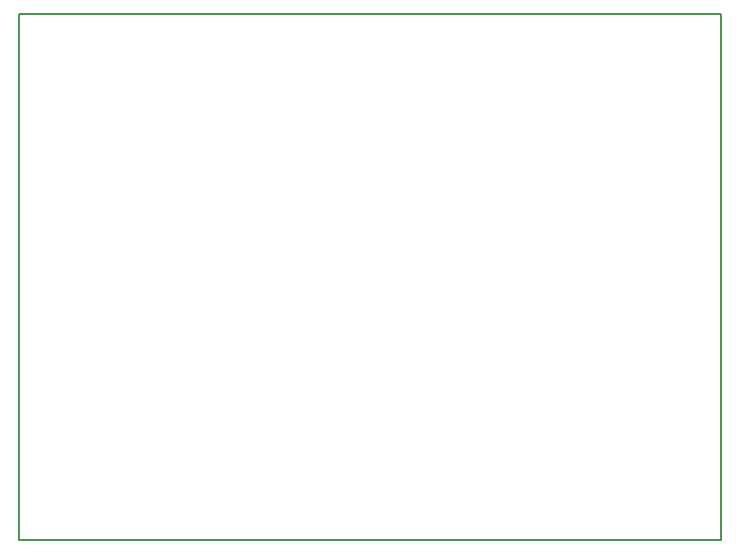
<source format=gbr>
%TF.GenerationSoftware,KiCad,Pcbnew,8.0.6*%
%TF.CreationDate,2025-03-17T22:04:28-06:00*%
%TF.ProjectId,Eli-Neopixel,456c692d-4e65-46f7-9069-78656c2e6b69,rev?*%
%TF.SameCoordinates,Original*%
%TF.FileFunction,Profile,NP*%
%FSLAX46Y46*%
G04 Gerber Fmt 4.6, Leading zero omitted, Abs format (unit mm)*
G04 Created by KiCad (PCBNEW 8.0.6) date 2025-03-17 22:04:28*
%MOMM*%
%LPD*%
G01*
G04 APERTURE LIST*
%TA.AperFunction,Profile*%
%ADD10C,0.150000*%
%TD*%
G04 APERTURE END LIST*
D10*
X120500000Y-46000000D02*
X180000000Y-46000000D01*
X180000000Y-90500000D01*
X120500000Y-90500000D01*
X120500000Y-46000000D01*
M02*

</source>
